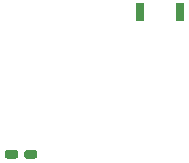
<source format=gbr>
G04 #@! TF.GenerationSoftware,KiCad,Pcbnew,(6.0.0-rc1-dev-1469-g932b9a334)*
G04 #@! TF.CreationDate,2019-09-07T17:34:56-07:00
G04 #@! TF.ProjectId,Laptreus-v2,4c617074-7265-4757-932d-76322e6b6963,rev?*
G04 #@! TF.SameCoordinates,Original*
G04 #@! TF.FileFunction,Paste,Bot*
G04 #@! TF.FilePolarity,Positive*
%FSLAX46Y46*%
G04 Gerber Fmt 4.6, Leading zero omitted, Abs format (unit mm)*
G04 Created by KiCad (PCBNEW (6.0.0-rc1-dev-1469-g932b9a334)) date Saturday, September 07, 2019 at 05:34:56 PM*
%MOMM*%
%LPD*%
G04 APERTURE LIST*
%ADD10C,0.100000*%
%ADD11C,0.697600*%
%ADD12R,0.747600X1.547600*%
G04 APERTURE END LIST*
D10*
G04 #@! TO.C,L1*
G36*
X222390664Y-93422143D02*
G01*
X222407594Y-93424654D01*
X222424196Y-93428813D01*
X222440310Y-93434578D01*
X222455782Y-93441896D01*
X222470461Y-93450695D01*
X222484208Y-93460890D01*
X222496889Y-93472384D01*
X222508383Y-93485065D01*
X222518578Y-93498812D01*
X222527377Y-93513491D01*
X222534695Y-93528963D01*
X222540460Y-93545077D01*
X222544619Y-93561679D01*
X222547130Y-93578609D01*
X222547970Y-93595703D01*
X222547970Y-93944503D01*
X222547130Y-93961597D01*
X222544619Y-93978527D01*
X222540460Y-93995129D01*
X222534695Y-94011243D01*
X222527377Y-94026715D01*
X222518578Y-94041394D01*
X222508383Y-94055141D01*
X222496889Y-94067822D01*
X222484208Y-94079316D01*
X222470461Y-94089511D01*
X222455782Y-94098310D01*
X222440310Y-94105628D01*
X222424196Y-94111393D01*
X222407594Y-94115552D01*
X222390664Y-94118063D01*
X222373570Y-94118903D01*
X221649770Y-94118903D01*
X221632676Y-94118063D01*
X221615746Y-94115552D01*
X221599144Y-94111393D01*
X221583030Y-94105628D01*
X221567558Y-94098310D01*
X221552879Y-94089511D01*
X221539132Y-94079316D01*
X221526451Y-94067822D01*
X221514957Y-94055141D01*
X221504762Y-94041394D01*
X221495963Y-94026715D01*
X221488645Y-94011243D01*
X221482880Y-93995129D01*
X221478721Y-93978527D01*
X221476210Y-93961597D01*
X221475370Y-93944503D01*
X221475370Y-93595703D01*
X221476210Y-93578609D01*
X221478721Y-93561679D01*
X221482880Y-93545077D01*
X221488645Y-93528963D01*
X221495963Y-93513491D01*
X221504762Y-93498812D01*
X221514957Y-93485065D01*
X221526451Y-93472384D01*
X221539132Y-93460890D01*
X221552879Y-93450695D01*
X221567558Y-93441896D01*
X221583030Y-93434578D01*
X221599144Y-93428813D01*
X221615746Y-93424654D01*
X221632676Y-93422143D01*
X221649770Y-93421303D01*
X222373570Y-93421303D01*
X222390664Y-93422143D01*
X222390664Y-93422143D01*
G37*
D11*
X222011670Y-93770103D03*
D10*
G36*
X220765664Y-93422143D02*
G01*
X220782594Y-93424654D01*
X220799196Y-93428813D01*
X220815310Y-93434578D01*
X220830782Y-93441896D01*
X220845461Y-93450695D01*
X220859208Y-93460890D01*
X220871889Y-93472384D01*
X220883383Y-93485065D01*
X220893578Y-93498812D01*
X220902377Y-93513491D01*
X220909695Y-93528963D01*
X220915460Y-93545077D01*
X220919619Y-93561679D01*
X220922130Y-93578609D01*
X220922970Y-93595703D01*
X220922970Y-93944503D01*
X220922130Y-93961597D01*
X220919619Y-93978527D01*
X220915460Y-93995129D01*
X220909695Y-94011243D01*
X220902377Y-94026715D01*
X220893578Y-94041394D01*
X220883383Y-94055141D01*
X220871889Y-94067822D01*
X220859208Y-94079316D01*
X220845461Y-94089511D01*
X220830782Y-94098310D01*
X220815310Y-94105628D01*
X220799196Y-94111393D01*
X220782594Y-94115552D01*
X220765664Y-94118063D01*
X220748570Y-94118903D01*
X220024770Y-94118903D01*
X220007676Y-94118063D01*
X219990746Y-94115552D01*
X219974144Y-94111393D01*
X219958030Y-94105628D01*
X219942558Y-94098310D01*
X219927879Y-94089511D01*
X219914132Y-94079316D01*
X219901451Y-94067822D01*
X219889957Y-94055141D01*
X219879762Y-94041394D01*
X219870963Y-94026715D01*
X219863645Y-94011243D01*
X219857880Y-93995129D01*
X219853721Y-93978527D01*
X219851210Y-93961597D01*
X219850370Y-93944503D01*
X219850370Y-93595703D01*
X219851210Y-93578609D01*
X219853721Y-93561679D01*
X219857880Y-93545077D01*
X219863645Y-93528963D01*
X219870963Y-93513491D01*
X219879762Y-93498812D01*
X219889957Y-93485065D01*
X219901451Y-93472384D01*
X219914132Y-93460890D01*
X219927879Y-93450695D01*
X219942558Y-93441896D01*
X219958030Y-93434578D01*
X219974144Y-93428813D01*
X219990746Y-93424654D01*
X220007676Y-93422143D01*
X220024770Y-93421303D01*
X220748570Y-93421303D01*
X220765664Y-93422143D01*
X220765664Y-93422143D01*
G37*
D11*
X220386670Y-93770103D03*
G04 #@! TD*
D12*
G04 #@! TO.C,SW_RESET1*
X231299647Y-81745052D03*
X234699647Y-81745052D03*
G04 #@! TD*
M02*

</source>
